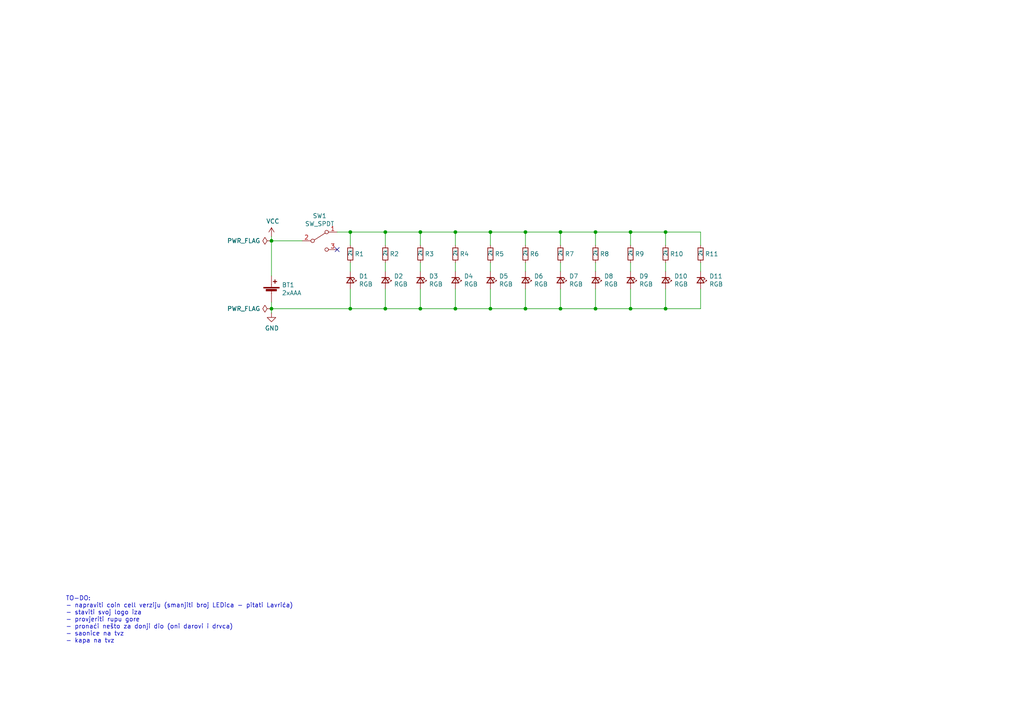
<source format=kicad_sch>
(kicad_sch (version 20211123) (generator eeschema)
  (paper "A4")
  (lib_symbols
    (symbol "Device:Battery_Cell" (pin_numbers hide) (pin_names (offset 0) hide)
      (property "Reference" "BT" (at 2.54 2.54 0))
      (property "Value" "Battery_Cell" (at 2.54 0 0))
      (symbol "Battery_Cell_0_1"
        (rectangle (start -2.286 1.778) (end 2.286 1.524) (fill (type outline)))
        (rectangle (start -1.5748 1.1938) (end 1.4732 0.6858) (fill (type outline)))
        (polyline (pts (xy 0 0.762) (xy 0 0)))
        (polyline (pts (xy 0 1.778) (xy 0 2.54)))
        (polyline (pts (xy 0.508 3.429) (xy 1.524 3.429)) (stroke (width 0.254)))
        (polyline (pts (xy 1.016 3.937) (xy 1.016 2.921)) (stroke (width 0.254)))
      )
      (symbol "Battery_Cell_1_1"
        (pin passive line (at 0 5.08 270) (length 2.54) (name "+") (number "1"))
        (pin passive line (at 0 -2.54 90) (length 2.54) (name "-") (number "2"))
      )
    )
    (symbol "Device:LED_Small" (pin_numbers hide) (pin_names (offset 0.254) hide)
      (property "Reference" "D" (at -1.27 3.175 0))
      (property "Value" "LED_Small" (at -4.445 -2.54 0))
      (symbol "LED_Small_0_1"
        (polyline (pts (xy -0.762 -1.016) (xy -0.762 1.016)) (stroke (width 0.254)))
        (polyline (pts (xy 1.016 0) (xy -0.762 0)))
        (polyline (pts (xy 0.762 -1.016) (xy -0.762 0) (xy 0.762 1.016) (xy 0.762 -1.016)) (stroke (width 0.254)))
        (polyline (pts (xy 0 0.762) (xy -0.508 1.27) (xy -0.254 1.27) (xy -0.508 1.27) (xy -0.508 1.016)))
        (polyline (pts (xy 0.508 1.27) (xy 0 1.778) (xy 0.254 1.778) (xy 0 1.778) (xy 0 1.524)))
      )
      (symbol "LED_Small_1_1"
        (pin passive line (at -2.54 0 0) (length 1.778) (name "K") (number "1"))
        (pin passive line (at 2.54 0 180) (length 1.778) (name "A") (number "2"))
      )
    )
    (symbol "Device:R_Small" (pin_numbers hide) (pin_names (offset 0.254) hide)
      (property "Reference" "R" (at 0.762 0.508 0))
      (property "Value" "R_Small" (at 0.762 -1.016 0))
      (symbol "R_Small_0_1"
        (rectangle (start -0.762 1.778) (end 0.762 -1.778) (stroke (width 0.2032)))
      )
      (symbol "R_Small_1_1"
        (pin passive line (at 0 2.54 270) (length 0.762) (name "~") (number "1"))
        (pin passive line (at 0 -2.54 90) (length 0.762) (name "~") (number "2"))
      )
    )
    (symbol "Switch:SW_SPDT" (pin_names (offset 0) hide)
      (property "Reference" "SW" (at 0 4.318 0))
      (property "Value" "SW_SPDT" (at 0 -5.08 0))
      (symbol "SW_SPDT_0_0"
        (circle (center -2.032 0) (radius 0.508))
        (circle (center 2.032 -2.54) (radius 0.508))
      )
      (symbol "SW_SPDT_0_1"
        (polyline (pts (xy -1.524 0.254) (xy 1.651 2.286)))
        (circle (center 2.032 2.54) (radius 0.508))
      )
      (symbol "SW_SPDT_1_1"
        (pin passive line (at 5.08 2.54 180) (length 2.54) (name "A") (number "1"))
        (pin passive line (at -5.08 0 0) (length 2.54) (name "B") (number "2"))
        (pin passive line (at 5.08 -2.54 180) (length 2.54) (name "C") (number "3"))
      )
    )
    (symbol "power:GND" (power) (pin_names (offset 0))
      (property "Value" "GND" (at 0 -3.81 0))
      (symbol "GND_0_1"
        (polyline (pts (xy 0 0) (xy 0 -1.27) (xy 1.27 -1.27) (xy 0 -2.54) (xy -1.27 -1.27) (xy 0 -1.27)))
      )
      (symbol "GND_1_1"
        (pin power_in line (at 0 0 270) (length 0) hide (name "GND") (number "1"))
      )
    )
    (symbol "power:PWR_FLAG" (power) (pin_numbers hide) (pin_names (offset 0) hide)
      (property "Value" "PWR_FLAG" (at 0 3.81 0))
      (symbol "PWR_FLAG_0_0"
        (pin power_out line (at 0 0 90) (length 0) (name "pwr") (number "1"))
      )
      (symbol "PWR_FLAG_0_1"
        (polyline (pts (xy 0 0) (xy 0 1.27) (xy -1.016 1.905) (xy 0 2.54) (xy 1.016 1.905) (xy 0 1.27)))
      )
    )
    (symbol "power:VCC" (power) (pin_names (offset 0))
      (property "Value" "VCC" (at 0 3.81 0))
      (symbol "VCC_0_1"
        (polyline (pts (xy -0.762 1.27) (xy 0 2.54)))
        (polyline (pts (xy 0 0) (xy 0 2.54)))
        (polyline (pts (xy 0 2.54) (xy 0.762 1.27)))
      )
      (symbol "VCC_1_1"
        (pin power_in line (at 0 0 90) (length 0) hide (name "VCC") (number "1"))
      )
    )
  )
  (junction (at 162.56 89.535))
  (junction (at 132.08 67.31))
  (junction (at 162.56 67.31))
  (junction (at 193.04 89.535))
  (junction (at 142.24 89.535))
  (junction (at 111.76 89.535))
  (junction (at 172.72 89.535))
  (junction (at 101.6 67.31))
  (junction (at 121.92 89.535))
  (junction (at 152.4 89.535))
  (junction (at 152.4 67.31))
  (junction (at 132.08 89.535))
  (junction (at 142.24 67.31))
  (junction (at 78.74 69.85))
  (junction (at 182.88 67.31))
  (junction (at 121.92 67.31))
  (junction (at 111.76 67.31))
  (junction (at 101.6 89.535))
  (junction (at 172.72 67.31))
  (junction (at 78.74 89.535))
  (junction (at 182.88 89.535))
  (junction (at 193.04 67.31))
  (no_connect (at 97.79 72.39))
  (wire (pts (xy 172.72 89.535) (xy 162.56 89.535)))
  (wire (pts (xy 101.6 67.31) (xy 97.79 67.31)))
  (wire (pts (xy 162.56 71.12) (xy 162.56 67.31)))
  (wire (pts (xy 172.72 76.2) (xy 172.72 78.74)))
  (wire (pts (xy 152.4 76.2) (xy 152.4 78.74)))
  (wire (pts (xy 111.76 76.2) (xy 111.76 78.74)))
  (wire (pts (xy 121.92 89.535) (xy 132.08 89.535)))
  (wire (pts (xy 203.2 67.31) (xy 193.04 67.31)))
  (wire (pts (xy 111.76 71.12) (xy 111.76 67.31)))
  (wire (pts (xy 162.56 76.2) (xy 162.56 78.74)))
  (wire (pts (xy 182.88 71.12) (xy 182.88 67.31)))
  (wire (pts (xy 193.04 83.82) (xy 193.04 89.535)))
  (wire (pts (xy 182.88 67.31) (xy 172.72 67.31)))
  (wire (pts (xy 203.2 71.12) (xy 203.2 67.31)))
  (wire (pts (xy 193.04 67.31) (xy 182.88 67.31)))
  (wire (pts (xy 193.04 71.12) (xy 193.04 67.31)))
  (wire (pts (xy 111.76 67.31) (xy 101.6 67.31)))
  (wire (pts (xy 142.24 76.2) (xy 142.24 78.74)))
  (wire (pts (xy 203.2 89.535) (xy 193.04 89.535)))
  (wire (pts (xy 172.72 67.31) (xy 162.56 67.31)))
  (wire (pts (xy 101.6 71.12) (xy 101.6 67.31)))
  (wire (pts (xy 182.88 76.2) (xy 182.88 78.74)))
  (wire (pts (xy 193.04 89.535) (xy 182.88 89.535)))
  (wire (pts (xy 132.08 89.535) (xy 142.24 89.535)))
  (wire (pts (xy 121.92 71.12) (xy 121.92 67.31)))
  (wire (pts (xy 152.4 89.535) (xy 162.56 89.535)))
  (wire (pts (xy 203.2 83.82) (xy 203.2 89.535)))
  (wire (pts (xy 78.74 89.535) (xy 78.74 87.63)))
  (wire (pts (xy 162.56 67.31) (xy 152.4 67.31)))
  (wire (pts (xy 132.08 76.2) (xy 132.08 78.74)))
  (wire (pts (xy 78.74 69.85) (xy 78.74 80.01)))
  (wire (pts (xy 142.24 83.82) (xy 142.24 89.535)))
  (wire (pts (xy 162.56 83.82) (xy 162.56 89.535)))
  (wire (pts (xy 78.74 68.58) (xy 78.74 69.85)))
  (wire (pts (xy 132.08 71.12) (xy 132.08 67.31)))
  (wire (pts (xy 193.04 76.2) (xy 193.04 78.74)))
  (wire (pts (xy 152.4 67.31) (xy 142.24 67.31)))
  (wire (pts (xy 111.76 89.535) (xy 121.92 89.535)))
  (wire (pts (xy 182.88 83.82) (xy 182.88 89.535)))
  (wire (pts (xy 78.74 89.535) (xy 101.6 89.535)))
  (wire (pts (xy 78.74 69.85) (xy 87.63 69.85)))
  (wire (pts (xy 203.2 76.2) (xy 203.2 78.74)))
  (wire (pts (xy 78.74 90.805) (xy 78.74 89.535)))
  (wire (pts (xy 172.72 71.12) (xy 172.72 67.31)))
  (wire (pts (xy 101.6 83.82) (xy 101.6 89.535)))
  (wire (pts (xy 121.92 76.2) (xy 121.92 78.74)))
  (wire (pts (xy 121.92 83.82) (xy 121.92 89.535)))
  (wire (pts (xy 142.24 89.535) (xy 152.4 89.535)))
  (wire (pts (xy 121.92 67.31) (xy 111.76 67.31)))
  (wire (pts (xy 152.4 83.82) (xy 152.4 89.535)))
  (wire (pts (xy 142.24 71.12) (xy 142.24 67.31)))
  (wire (pts (xy 111.76 83.82) (xy 111.76 89.535)))
  (wire (pts (xy 101.6 89.535) (xy 111.76 89.535)))
  (wire (pts (xy 132.08 67.31) (xy 121.92 67.31)))
  (wire (pts (xy 142.24 67.31) (xy 132.08 67.31)))
  (wire (pts (xy 152.4 71.12) (xy 152.4 67.31)))
  (wire (pts (xy 172.72 83.82) (xy 172.72 89.535)))
  (wire (pts (xy 132.08 83.82) (xy 132.08 89.535)))
  (wire (pts (xy 101.6 76.2) (xy 101.6 78.74)))
  (wire (pts (xy 182.88 89.535) (xy 172.72 89.535)))
  (text "TO-DO:\n- napraviti coin cell verziju (smanjiti broj LEDica - pitati Lavrića)\n- staviti svoj logo iza\n- provjeriti rupu gore\n- pronaći nešto za donji dio (oni darovi i drvca)\n- saonice na tvz\n- kapa na tvz" (at 19.05 186.69 0) (effects (font (size 1.27 1.27)) (justify left bottom)))
  (symbol (lib_id "Device:Battery_Cell") (at 78.74 85.09 0) (unit 1)
    (property "Reference" "BT1" (at 81.7372 82.6516 0) (effects (justify left)))
    (property "Value" "2xAAA" (at 81.7372 84.963 0) (effects (justify left)))
    (property "Footprint" "TVZ_kuglica:BAT-2xAAA-horizontalni_padovi" (effects hide))
  )
  (symbol (lib_id "Device:LED_Small") (at 101.6 81.28 270) (unit 1)
    (property "Reference" "D1" (at 104.0892 80.1116 90) (effects (justify left)))
    (property "Value" "RGB" (at 104.0892 82.423 90) (effects (justify left)))
    (property "Footprint" "TVZ_kuglica:LED-0807" (effects hide))
  )
  (symbol (lib_id "Device:LED_Small") (at 111.76 81.28 270) (unit 1)
    (property "Reference" "D2" (at 114.2492 80.1116 90) (effects (justify left)))
    (property "Value" "RGB" (at 114.2492 82.423 90) (effects (justify left)))
    (property "Footprint" "TVZ_kuglica:LED-0807" (effects hide))
  )
  (symbol (lib_id "Device:LED_Small") (at 121.92 81.28 270) (unit 1)
    (property "Reference" "D3" (at 124.4092 80.1116 90) (effects (justify left)))
    (property "Value" "RGB" (at 124.4092 82.423 90) (effects (justify left)))
    (property "Footprint" "TVZ_kuglica:LED-0807" (effects hide))
  )
  (symbol (lib_id "Device:LED_Small") (at 132.08 81.28 270) (unit 1)
    (property "Reference" "D4" (at 134.5692 80.1116 90) (effects (justify left)))
    (property "Value" "RGB" (at 134.5692 82.423 90) (effects (justify left)))
    (property "Footprint" "TVZ_kuglica:LED-0807" (effects hide))
  )
  (symbol (lib_id "Device:LED_Small") (at 142.24 81.28 270) (unit 1)
    (property "Reference" "D5" (at 144.7292 80.1116 90) (effects (justify left)))
    (property "Value" "RGB" (at 144.7292 82.423 90) (effects (justify left)))
    (property "Footprint" "TVZ_kuglica:LED-0807" (effects hide))
  )
  (symbol (lib_id "Device:LED_Small") (at 152.4 81.28 270) (unit 1)
    (property "Reference" "D6" (at 154.8892 80.1116 90) (effects (justify left)))
    (property "Value" "RGB" (at 154.8892 82.423 90) (effects (justify left)))
    (property "Footprint" "TVZ_kuglica:LED-0807" (effects hide))
  )
  (symbol (lib_id "Device:LED_Small") (at 162.56 81.28 270) (unit 1)
    (property "Reference" "D7" (at 165.0492 80.1116 90) (effects (justify left)))
    (property "Value" "RGB" (at 165.0492 82.423 90) (effects (justify left)))
    (property "Footprint" "TVZ_kuglica:LED-0807" (effects hide))
  )
  (symbol (lib_id "Device:LED_Small") (at 172.72 81.28 270) (unit 1)
    (property "Reference" "D8" (at 175.2092 80.1116 90) (effects (justify left)))
    (property "Value" "RGB" (at 175.2092 82.423 90) (effects (justify left)))
    (property "Footprint" "TVZ_kuglica:LED-0807" (effects hide))
  )
  (symbol (lib_id "Device:LED_Small") (at 182.88 81.28 270) (unit 1)
    (property "Reference" "D9" (at 185.3692 80.1116 90) (effects (justify left)))
    (property "Value" "RGB" (at 185.3692 82.423 90) (effects (justify left)))
    (property "Footprint" "TVZ_kuglica:LED-0807" (effects hide))
  )
  (symbol (lib_id "Device:LED_Small") (at 193.04 81.28 270) (unit 1)
    (property "Reference" "D10" (at 195.5292 80.1116 90) (effects (justify left)))
    (property "Value" "RGB" (at 195.5292 82.423 90) (effects (justify left)))
    (property "Footprint" "TVZ_kuglica:LED-0807" (effects hide))
  )
  (symbol (lib_id "Switch:SW_SPDT") (at 92.71 69.85 0) (unit 1)
    (property "Reference" "SW1" (at 92.71 62.611 0))
    (property "Value" "SW_SPDT" (at 92.71 64.9224 0))
    (property "Footprint" "Button_Switch_SMD:SW_SPDT_PCM12" (effects hide))
  )
  (symbol (lib_id "power:GND") (at 78.74 90.805 0) (unit 1)
    (property "Reference" "#PWR0101" (effects hide))
    (property "Value" "GND" (at 78.867 95.1992 0))
  )
  (symbol (lib_id "power:VCC") (at 78.74 68.58 0) (unit 1)
    (property "Reference" "#PWR0102" (effects hide))
    (property "Value" "VCC" (at 79.121 64.1858 0))
  )
  (symbol (lib_id "Device:LED_Small") (at 203.2 81.28 270) (unit 1)
    (property "Reference" "D11" (at 205.6892 80.1116 90) (effects (justify left)))
    (property "Value" "RGB" (at 205.6892 82.423 90) (effects (justify left)))
    (property "Footprint" "TVZ_kuglica:LED-0807" (effects hide))
  )
  (symbol (lib_id "Device:R_Small") (at 101.6 73.66 0) (unit 1)
    (property "Reference" "R1" (at 102.87 73.66 0) (effects (justify left)))
    (property "Value" "2k" (at 101.6 74.295 90) (effects (font (size 0.9906 0.9906)) (justify left)))
    (property "Footprint" "Resistor_SMD:R_0603_1608Metric" (effects hide))
  )
  (symbol (lib_id "Device:R_Small") (at 111.76 73.66 0) (unit 1)
    (property "Reference" "R2" (at 113.03 73.66 0) (effects (justify left)))
    (property "Value" "2k" (at 111.76 74.295 90) (effects (font (size 0.9906 0.9906)) (justify left)))
    (property "Footprint" "Resistor_SMD:R_0603_1608Metric" (effects hide))
  )
  (symbol (lib_id "Device:R_Small") (at 121.92 73.66 0) (unit 1)
    (property "Reference" "R3" (at 123.19 73.66 0) (effects (justify left)))
    (property "Value" "2k" (at 121.92 74.295 90) (effects (font (size 0.9906 0.9906)) (justify left)))
    (property "Footprint" "Resistor_SMD:R_0603_1608Metric" (effects hide))
  )
  (symbol (lib_id "Device:R_Small") (at 132.08 73.66 0) (unit 1)
    (property "Reference" "R4" (at 133.35 73.66 0) (effects (justify left)))
    (property "Value" "2k" (at 132.08 74.295 90) (effects (font (size 0.9906 0.9906)) (justify left)))
    (property "Footprint" "Resistor_SMD:R_0603_1608Metric" (effects hide))
  )
  (symbol (lib_id "Device:R_Small") (at 142.24 73.66 0) (unit 1)
    (property "Reference" "R5" (at 143.51 73.66 0) (effects (justify left)))
    (property "Value" "2k" (at 142.24 74.295 90) (effects (font (size 0.9906 0.9906)) (justify left)))
    (property "Footprint" "Resistor_SMD:R_0603_1608Metric" (effects hide))
  )
  (symbol (lib_id "Device:R_Small") (at 152.4 73.66 0) (unit 1)
    (property "Reference" "R6" (at 153.67 73.66 0) (effects (justify left)))
    (property "Value" "2k" (at 152.4 74.295 90) (effects (font (size 0.9906 0.9906)) (justify left)))
    (property "Footprint" "Resistor_SMD:R_0603_1608Metric" (effects hide))
  )
  (symbol (lib_id "Device:R_Small") (at 162.56 73.66 0) (unit 1)
    (property "Reference" "R7" (at 163.83 73.66 0) (effects (justify left)))
    (property "Value" "2k" (at 162.56 74.295 90) (effects (font (size 0.9906 0.9906)) (justify left)))
    (property "Footprint" "Resistor_SMD:R_0603_1608Metric" (effects hide))
  )
  (symbol (lib_id "Device:R_Small") (at 172.72 73.66 0) (unit 1)
    (property "Reference" "R8" (at 173.99 73.66 0) (effects (justify left)))
    (property "Value" "2k" (at 172.72 74.295 90) (effects (font (size 0.9906 0.9906)) (justify left)))
    (property "Footprint" "Resistor_SMD:R_0603_1608Metric" (effects hide))
  )
  (symbol (lib_id "Device:R_Small") (at 182.88 73.66 0) (unit 1)
    (property "Reference" "R9" (at 184.15 73.66 0) (effects (justify left)))
    (property "Value" "2k" (at 182.88 74.295 90) (effects (font (size 0.9906 0.9906)) (justify left)))
    (property "Footprint" "Resistor_SMD:R_0603_1608Metric" (effects hide))
  )
  (symbol (lib_id "Device:R_Small") (at 193.04 73.66 0) (unit 1)
    (property "Reference" "R10" (at 194.31 73.66 0) (effects (justify left)))
    (property "Value" "2k" (at 193.04 74.295 90) (effects (font (size 0.9906 0.9906)) (justify left)))
    (property "Footprint" "Resistor_SMD:R_0603_1608Metric" (effects hide))
  )
  (symbol (lib_id "Device:R_Small") (at 203.2 73.66 0) (unit 1)
    (property "Reference" "R11" (at 204.47 73.66 0) (effects (justify left)))
    (property "Value" "2k" (at 203.2 74.295 90) (effects (font (size 0.9906 0.9906)) (justify left)))
    (property "Footprint" "Resistor_SMD:R_0603_1608Metric" (effects hide))
  )
  (symbol (lib_id "power:PWR_FLAG") (at 78.74 69.85 90) (unit 1)
    (property "Reference" "#FLG0101" (effects hide))
    (property "Value" "PWR_FLAG" (at 75.5142 69.85 90) (effects (justify left)))
  )
  (symbol (lib_id "power:PWR_FLAG") (at 78.74 89.535 90) (unit 1)
    (property "Reference" "#FLG0102" (effects hide))
    (property "Value" "PWR_FLAG" (at 75.5142 89.535 90) (effects (justify left)))
  )
)
</source>
